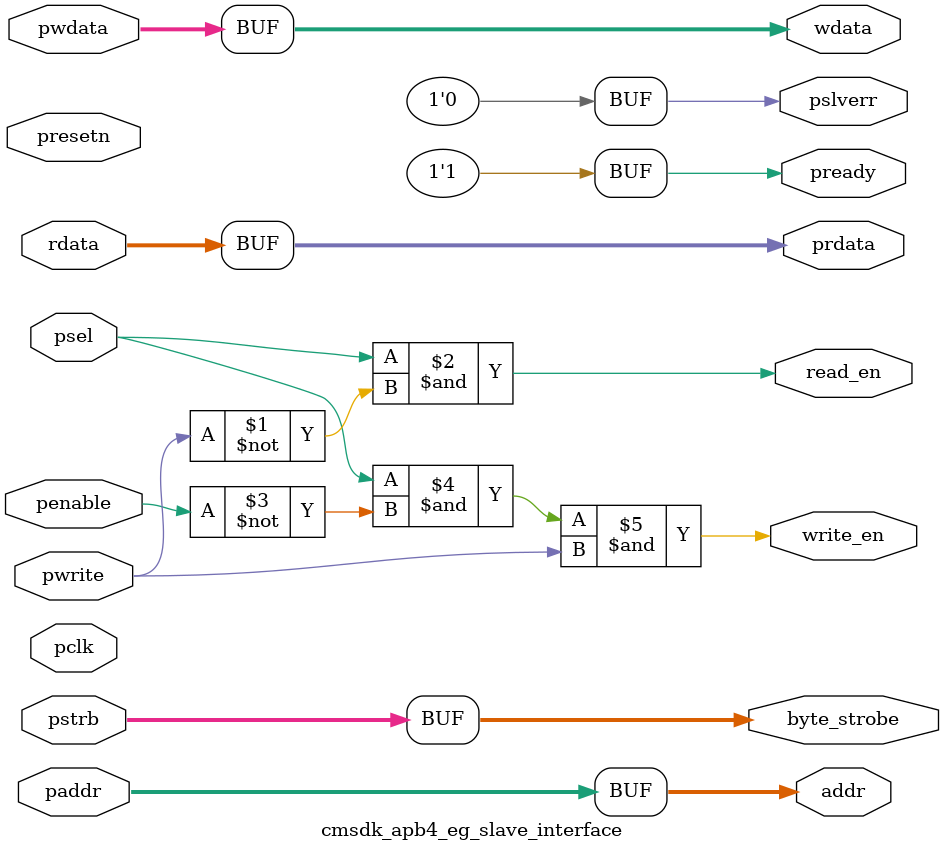
<source format=v>
module cmsdk_apb4_eg_slave_interface #(
		parameter ADDRWIDTH = 12)
(
	input wire						pclk,
	input wire						presetn,
	
	//apb interface inputs
	input wire 						psel,
	input wire[ADDRWIDTH-1:0]		paddr,
	input wire						penable,
	input wire						pwrite,
	input wire[31:0]				pwdata,
	input wire[3:0]					pstrb,
	
	//apb interface outputs
	output wire[31:0]				prdata,
	output wire						pready,
	output wire						pslverr,
	
	//register interface
	output wire[ADDRWIDTH-1:0]		addr,
	output wire 					read_en,
	output wire						write_en,
	output wire[3:0]				byte_strobe,
	output wire[31:0]				wdata,
	input wire[31:0]				rdata
);

//APB interface
assign pready = 1'b1; 		//Always readay. Can be customized to support waitstate if required.
assign pslverr = 1'b0;		//Always OKAY. Can be customized to support error response if required.

// register read and write signal
assign addr = paddr;
assign read_en = psel & (~pwrite);	//assert for whole apb read transfer;
assign write_en = psel & (~penable) & pwrite;	//assert for the 1st cycle of write transfer.
assign byte_strobe = pstrb;
assign wdata = pwdata;
assign prdata = rdata;
	
endmodule
</source>
